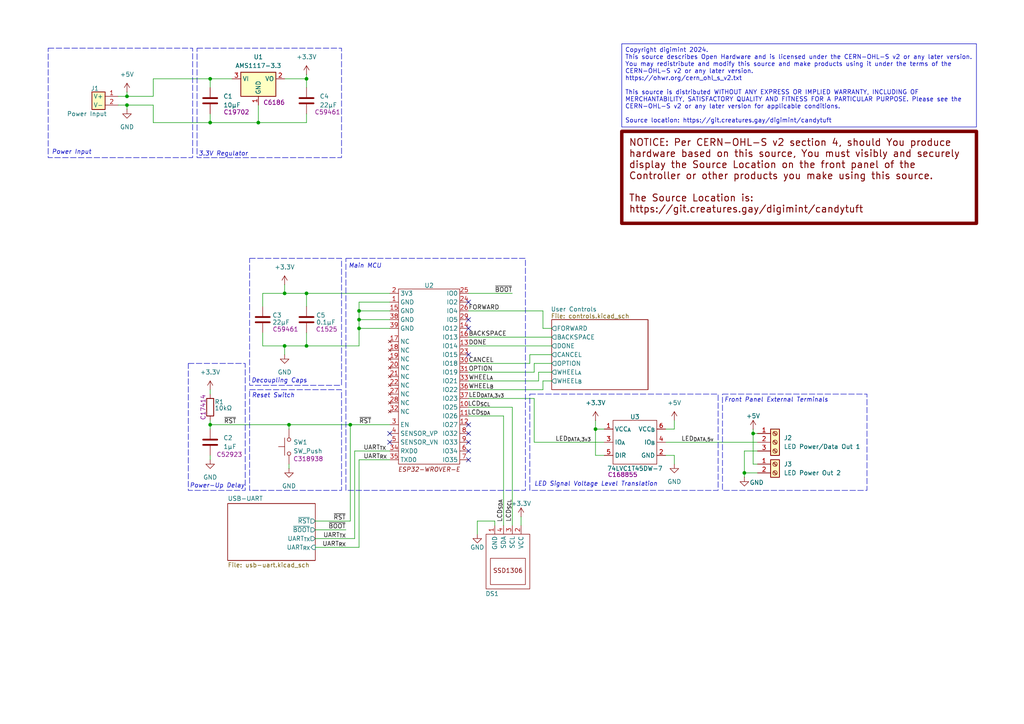
<source format=kicad_sch>
(kicad_sch (version 20231120) (generator "eeschema") (generator_version "8.0")
  (paper "A4")
  (title_block (title "Candytuft WS2811 Controller - Top Level") (date "2024-10-18") (rev "1") (company "https://git.creatures.gay/digimint/candytuft") (comment 3 "Licensed under the CERN OHL-S v2") (comment 4 "Copyright 2024 digimint"))
  (lib_symbols
    (symbol "Connector:Screw_Terminal_01x02" (pin_names (offset 1.016) hide)
      (property "Reference" "J" (at 0 2.54 0))
      (property "Value" "Screw_Terminal_01x02" (at 0 -5.08 0))
      (symbol "Screw_Terminal_01x02_1_1"
        (rectangle (start -1.27 1.27) (end 1.27 -3.81) (stroke (width 0.254)) (fill (type background)))
        (circle (center 0 -2.54) (radius 0.635) (stroke (width 0.1524)))
        (polyline (pts (xy -0.5334 -2.2098) (xy 0.3302 -3.048)) (stroke (width 0.1524)))
        (polyline (pts (xy -0.5334 0.3302) (xy 0.3302 -0.508)) (stroke (width 0.1524)))
        (polyline (pts (xy -0.3556 -2.032) (xy 0.508 -2.8702)) (stroke (width 0.1524)))
        (polyline (pts (xy -0.3556 0.508) (xy 0.508 -0.3302)) (stroke (width 0.1524)))
        (circle (center 0 0) (radius 0.635) (stroke (width 0.1524)))
        (pin passive line (at -5.08 0 0) (length 3.81) (name "Pin_1") (number "1"))
        (pin passive line (at -5.08 -2.54 0) (length 3.81) (name "Pin_2") (number "2"))
      )
    )
    (symbol "Connector:Screw_Terminal_01x03" (pin_names (offset 1.016) hide)
      (property "Reference" "J" (at 0 5.08 0))
      (property "Value" "Screw_Terminal_01x03" (at 0 -5.08 0))
      (symbol "Screw_Terminal_01x03_1_1"
        (rectangle (start -1.27 3.81) (end 1.27 -3.81) (stroke (width 0.254)) (fill (type background)))
        (circle (center 0 -2.54) (radius 0.635) (stroke (width 0.1524)))
        (polyline (pts (xy -0.5334 -2.2098) (xy 0.3302 -3.048)) (stroke (width 0.1524)))
        (polyline (pts (xy -0.5334 0.3302) (xy 0.3302 -0.508)) (stroke (width 0.1524)))
        (polyline (pts (xy -0.5334 2.8702) (xy 0.3302 2.032)) (stroke (width 0.1524)))
        (polyline (pts (xy -0.3556 -2.032) (xy 0.508 -2.8702)) (stroke (width 0.1524)))
        (polyline (pts (xy -0.3556 0.508) (xy 0.508 -0.3302)) (stroke (width 0.1524)))
        (polyline (pts (xy -0.3556 3.048) (xy 0.508 2.2098)) (stroke (width 0.1524)))
        (circle (center 0 0) (radius 0.635) (stroke (width 0.1524)))
        (circle (center 0 2.54) (radius 0.635) (stroke (width 0.1524)))
        (pin passive line (at -5.08 2.54 0) (length 3.81) (name "Pin_1") (number "1"))
        (pin passive line (at -5.08 0 0) (length 3.81) (name "Pin_2") (number "2"))
        (pin passive line (at -5.08 -2.54 0) (length 3.81) (name "Pin_3") (number "3"))
      )
    )
    (symbol "Device:C" (pin_numbers hide) (pin_names (offset 0.254))
      (property "Reference" "C" (at 0.635 2.54 0))
      (property "Value" "C" (at 0.635 -2.54 0))
      (symbol "C_0_1"
        (polyline (pts (xy -2.032 -0.762) (xy 2.032 -0.762)) (stroke (width 0.508)))
        (polyline (pts (xy -2.032 0.762) (xy 2.032 0.762)) (stroke (width 0.508)))
      )
      (symbol "C_1_1"
        (pin passive line (at 0 3.81 270) (length 2.794) (name "~") (number "1"))
        (pin passive line (at 0 -3.81 90) (length 2.794) (name "~") (number "2"))
      )
    )
    (symbol "Device:R" (pin_numbers hide) (pin_names (offset 0))
      (property "Reference" "R" (at 2.032 0 90))
      (property "Value" "R" (at 0 0 90))
      (symbol "R_0_1"
        (rectangle (start -1.016 -2.54) (end 1.016 2.54) (stroke (width 0.254)))
      )
      (symbol "R_1_1"
        (pin passive line (at 0 3.81 270) (length 1.27) (name "~") (number "1"))
        (pin passive line (at 0 -3.81 90) (length 1.27) (name "~") (number "2"))
      )
    )
    (symbol "Regulator_Linear:AMS1117-3.3"
      (property "Reference" "U" (at -3.81 3.175 0))
      (property "Value" "AMS1117-3.3" (at 0 3.175 0))
      (symbol "AMS1117-3.3_0_1"
        (rectangle (start -5.08 -5.08) (end 5.08 1.905) (stroke (width 0.254)) (fill (type background)))
      )
      (symbol "AMS1117-3.3_1_1"
        (pin power_in line (at 0 -7.62 90) (length 2.54) (name "GND") (number "1"))
        (pin power_out line (at 7.62 0 180) (length 2.54) (name "VO") (number "2"))
        (pin power_in line (at -7.62 0 0) (length 2.54) (name "VI") (number "3"))
      )
    )
    (symbol "Switch:SW_Push" (pin_numbers hide) (pin_names (offset 1.016) hide)
      (property "Reference" "SW" (at 1.27 2.54 0))
      (property "Value" "SW_Push" (at 0 -1.524 0))
      (symbol "SW_Push_0_1"
        (circle (center -2.032 0) (radius 0.508))
        (polyline (pts (xy 0 1.27) (xy 0 3.048)))
        (polyline (pts (xy 2.54 1.27) (xy -2.54 1.27)))
        (circle (center 2.032 0) (radius 0.508))
        (pin passive line (at -5.08 0 0) (length 2.54) (name "1") (number "1"))
        (pin passive line (at 5.08 0 180) (length 2.54) (name "2") (number "2"))
      )
    )
    (symbol "candytuft:74LVC1T45DW-7"
      (property "Reference" "U" (at -5.334 7.366 0))
      (property "Value" "74LVC1T45DW-7" (at 0.254 -7.62 0))
      (symbol "74LVC1T45DW-7_0_1"
        (rectangle (start -6.35 6.35) (end 6.35 -6.35))
      )
      (symbol "74LVC1T45DW-7_1_1"
        (pin power_in line (at -8.89 3.81 0) (length 2.54) (name "VCC_{A}") (number "1"))
        (pin power_in line (at 8.89 -3.81 180) (length 2.54) (name "GND") (number "2"))
        (pin bidirectional line (at -8.89 0 0) (length 2.54) (name "IO_{A}") (number "3"))
        (pin bidirectional line (at 8.89 0 180) (length 2.54) (name "IO_{B}") (number "4"))
        (pin input line (at -8.89 -3.81 0) (length 2.54) (name "DIR") (number "5"))
        (pin power_in line (at 8.89 3.81 180) (length 2.54) (name "VCC_{B}") (number "6"))
      )
    )
    (symbol "candytuft:ESP32-WROVER-E"
      (property "Reference" "U" (at -8.128 26.416 0))
      (symbol "ESP32-WROVER-E_0_1"
        (rectangle (start -8.89 25.4) (end 8.89 -25.4))
      )
      (symbol "ESP32-WROVER-E_1_1"
        (text "ESP32-WROVER-E" (at 0 -26.924 0) (effects (font (size 1.27 1.27) (italic yes))))
        (pin power_in line (at -11.43 21.59 0) (length 2.54) (name "GND") (number "1"))
        (pin bidirectional line (at 11.43 -8.89 180) (length 2.54) (name "IO25") (number "10"))
        (pin bidirectional line (at 11.43 -11.43 180) (length 2.54) (name "IO26") (number "11"))
        (pin bidirectional line (at 11.43 -13.97 180) (length 2.54) (name "IO27") (number "12"))
        (pin bidirectional line (at 11.43 8.89 180) (length 2.54) (name "IO14") (number "13"))
        (pin bidirectional line (at 11.43 13.97 180) (length 2.54) (name "IO12") (number "14"))
        (pin power_in line (at -11.43 19.05 0) (length 2.54) (name "GND") (number "15"))
        (pin bidirectional line (at 11.43 11.43 180) (length 2.54) (name "IO13") (number "16"))
        (pin no_connect line (at -11.43 10.16 0) (length 2.54) (name "NC") (number "17"))
        (pin no_connect line (at -11.43 7.62 0) (length 2.54) (name "NC") (number "18"))
        (pin no_connect line (at -11.43 5.08 0) (length 2.54) (name "NC") (number "19"))
        (pin power_in line (at -11.43 24.13 0) (length 2.54) (name "3V3") (number "2"))
        (pin no_connect line (at -11.43 2.54 0) (length 2.54) (name "NC") (number "20"))
        (pin no_connect line (at -11.43 0 0) (length 2.54) (name "NC") (number "21"))
        (pin no_connect line (at -11.43 -2.54 0) (length 2.54) (name "NC") (number "22"))
        (pin bidirectional line (at 11.43 6.35 180) (length 2.54) (name "IO15") (number "23"))
        (pin bidirectional line (at 11.43 21.59 180) (length 2.54) (name "IO2") (number "24"))
        (pin bidirectional line (at 11.43 24.13 180) (length 2.54) (name "IO0") (number "25"))
        (pin bidirectional line (at 11.43 19.05 180) (length 2.54) (name "IO4") (number "26"))
        (pin no_connect line (at -11.43 -5.08 0) (length 2.54) (name "NC") (number "27"))
        (pin no_connect line (at -11.43 -7.62 0) (length 2.54) (name "NC") (number "28"))
        (pin bidirectional line (at 11.43 16.51 180) (length 2.54) (name "IO5") (number "29"))
        (pin input line (at -11.43 -13.97 0) (length 2.54) (name "EN") (number "3"))
        (pin bidirectional line (at 11.43 3.81 180) (length 2.54) (name "IO18") (number "30"))
        (pin bidirectional line (at 11.43 1.27 180) (length 2.54) (name "IO19") (number "31"))
        (pin no_connect line (at -11.43 -10.16 0) (length 2.54) (name "NC") (number "32"))
        (pin bidirectional line (at 11.43 -1.27 180) (length 2.54) (name "IO21") (number "33"))
        (pin bidirectional line (at -11.43 -21.59 0) (length 2.54) (name "RXD0") (number "34"))
        (pin bidirectional line (at -11.43 -24.13 0) (length 2.54) (name "TXD0") (number "35"))
        (pin bidirectional line (at 11.43 -3.81 180) (length 2.54) (name "IO22") (number "36"))
        (pin bidirectional line (at 11.43 -6.35 180) (length 2.54) (name "IO23") (number "37"))
        (pin power_in line (at -11.43 16.51 0) (length 2.54) (name "GND") (number "38"))
        (pin power_in line (at -11.43 13.97 0) (length 2.54) (name "GND") (number "39"))
        (pin input line (at -11.43 -16.51 0) (length 2.54) (name "SENSOR_VP") (number "4"))
        (pin input line (at -11.43 -19.05 0) (length 2.54) (name "SENSOR_VN") (number "5"))
        (pin input line (at 11.43 -21.59 180) (length 2.54) (name "IO34") (number "6"))
        (pin input line (at 11.43 -24.13 180) (length 2.54) (name "IO35") (number "7"))
        (pin bidirectional line (at 11.43 -16.51 180) (length 2.54) (name "IO32") (number "8"))
        (pin bidirectional line (at 11.43 -19.05 180) (length 2.54) (name "IO33") (number "9"))
      )
    )
    (symbol "candytuft:Power_Input"
      (property "Reference" "J" (at 1.778 3.556 0))
      (symbol "Power_Input_1_1"
        (rectangle (start 1.27 2.54) (end 5.08 -2.54) (stroke (width 0.254)) (fill (type background)))
        (pin power_out line (at -2.54 1.27 0) (length 3.81) (name "V+") (number "1"))
        (pin power_out line (at -2.54 -1.27 0) (length 3.81) (name "V-") (number "2"))
      )
    )
    (symbol "candytuft:SSD1306_IIC_Connector"
      (property "Reference" "DS" (at 8.509 -7.366 0))
      (symbol "SSD1306_IIC_Connector_0_1"
        (rectangle (start -6.35 6.35) (end 9.525 -6.35))
        (rectangle (start 8.255 -5.08) (end 0.635 5.08))
      )
      (symbol "SSD1306_IIC_Connector_1_1"
        (text "SSD1306" (at 4.191 0 900) (effects (font (size 1.27 1.27))))
        (pin power_in line (at -8.89 -3.81 0) (length 2.54) (name "GND") (number "1"))
        (pin power_in line (at -8.89 3.81 0) (length 2.54) (name "VCC") (number "2"))
        (pin bidirectional line (at -8.89 1.27 0) (length 2.54) (name "SCL") (number "3"))
        (pin bidirectional line (at -8.89 -1.27 0) (length 2.54) (name "SDA") (number "4"))
      )
    )
    (symbol "power:+3.3V" (power) (pin_numbers hide) (pin_names (offset 0) hide)
      (property "Value" "+3.3V" (at 0 3.556 0))
      (symbol "+3.3V_0_1"
        (polyline (pts (xy -0.762 1.27) (xy 0 2.54)))
        (polyline (pts (xy 0 0) (xy 0 2.54)))
        (polyline (pts (xy 0 2.54) (xy 0.762 1.27)))
      )
      (symbol "+3.3V_1_1"
        (pin power_in line (at 0 0 90) (length 0) (name "~") (number "1"))
      )
    )
    (symbol "power:+5V" (power) (pin_numbers hide) (pin_names (offset 0) hide)
      (property "Value" "+5V" (at 0 3.556 0))
      (symbol "+5V_0_1"
        (polyline (pts (xy -0.762 1.27) (xy 0 2.54)))
        (polyline (pts (xy 0 0) (xy 0 2.54)))
        (polyline (pts (xy 0 2.54) (xy 0.762 1.27)))
      )
      (symbol "+5V_1_1"
        (pin power_in line (at 0 0 90) (length 0) (name "~") (number "1"))
      )
    )
    (symbol "power:GND" (power) (pin_numbers hide) (pin_names (offset 0) hide)
      (property "Value" "GND" (at 0 -3.81 0))
      (symbol "GND_0_1"
        (polyline (pts (xy 0 0) (xy 0 -1.27) (xy 1.27 -1.27) (xy 0 -2.54) (xy -1.27 -1.27) (xy 0 -1.27)))
      )
      (symbol "GND_1_1"
        (pin power_in line (at 0 0 270) (length 0) (name "~") (number "1"))
      )
    )
  )
  (junction (at 172.72 124.46))
  (junction (at 60.96 35.56))
  (junction (at 104.14 95.25))
  (junction (at 82.55 85.09))
  (junction (at 88.9 22.86))
  (junction (at 82.55 100.33))
  (junction (at 88.9 100.33))
  (junction (at 88.9 85.09))
  (junction (at 104.14 92.71))
  (junction (at 60.96 22.86))
  (junction (at 104.14 90.17))
  (junction (at 101.6 123.19))
  (junction (at 74.93 35.56))
  (junction (at 83.82 123.19))
  (junction (at 60.96 123.19))
  (junction (at 218.44 125.73))
  (junction (at 36.83 27.94))
  (junction (at 36.83 30.48))
  (junction (at 215.9 137.16))
  (no_connect (at 113.03 128.27))
  (no_connect (at 135.89 125.73))
  (no_connect (at 113.03 125.73))
  (no_connect (at 135.89 95.25))
  (no_connect (at 135.89 92.71))
  (no_connect (at 135.89 128.27))
  (no_connect (at 135.89 87.63))
  (no_connect (at 135.89 123.19))
  (no_connect (at 135.89 130.81))
  (no_connect (at 135.89 133.35))
  (no_connect (at 135.89 102.87))
  (wire (pts (xy 101.6 123.19) (xy 101.6 151.13)))
  (wire (pts (xy 104.14 87.63) (xy 104.14 90.17)))
  (wire (pts (xy 104.14 90.17) (xy 113.03 90.17)))
  (wire (pts (xy 36.83 30.48) (xy 36.83 31.75)))
  (wire (pts (xy 154.94 107.95) (xy 154.94 105.41)))
  (wire (pts (xy 44.45 35.56) (xy 60.96 35.56)))
  (wire (pts (xy 82.55 100.33) (xy 82.55 102.87)))
  (wire (pts (xy 218.44 125.73) (xy 218.44 134.62)))
  (wire (pts (xy 91.44 151.13) (xy 101.6 151.13)))
  (wire (pts (xy 153.67 102.87) (xy 153.67 105.41)))
  (wire (pts (xy 135.89 118.11) (xy 148.59 118.11)))
  (wire (pts (xy 76.2 100.33) (xy 82.55 100.33)))
  (wire (pts (xy 101.6 123.19) (xy 113.03 123.19)))
  (wire (pts (xy 215.9 138.43) (xy 215.9 137.16)))
  (wire (pts (xy 102.87 130.81) (xy 113.03 130.81)))
  (wire (pts (xy 82.55 22.86) (xy 88.9 22.86)))
  (wire (pts (xy 34.29 27.94) (xy 36.83 27.94)))
  (wire (pts (xy 76.2 96.52) (xy 76.2 100.33)))
  (wire (pts (xy 88.9 85.09) (xy 88.9 88.9)))
  (wire (pts (xy 104.14 90.17) (xy 104.14 92.71)))
  (wire (pts (xy 172.72 124.46) (xy 175.26 124.46)))
  (wire (pts (xy 135.89 85.09) (xy 148.59 85.09)))
  (wire (pts (xy 88.9 22.86) (xy 88.9 25.4)))
  (wire (pts (xy 160.02 107.95) (xy 156.21 107.95)))
  (wire (pts (xy 195.58 124.46) (xy 193.04 124.46)))
  (wire (pts (xy 44.45 27.94) (xy 44.45 22.86)))
  (wire (pts (xy 74.93 35.56) (xy 88.9 35.56)))
  (wire (pts (xy 160.02 102.87) (xy 153.67 102.87)))
  (wire (pts (xy 102.87 130.81) (xy 102.87 156.21)))
  (wire (pts (xy 151.13 152.4) (xy 151.13 149.86)))
  (wire (pts (xy 153.67 105.41) (xy 135.89 105.41)))
  (wire (pts (xy 76.2 85.09) (xy 82.55 85.09)))
  (wire (pts (xy 135.89 100.33) (xy 160.02 100.33)))
  (wire (pts (xy 146.05 120.65) (xy 146.05 152.4)))
  (wire (pts (xy 154.94 128.27) (xy 175.26 128.27)))
  (wire (pts (xy 104.14 133.35) (xy 113.03 133.35)))
  (wire (pts (xy 88.9 100.33) (xy 88.9 96.52)))
  (wire (pts (xy 218.44 125.73) (xy 219.71 125.73)))
  (wire (pts (xy 172.72 121.92) (xy 172.72 124.46)))
  (wire (pts (xy 218.44 134.62) (xy 219.71 134.62)))
  (wire (pts (xy 104.14 92.71) (xy 104.14 95.25)))
  (wire (pts (xy 44.45 22.86) (xy 60.96 22.86)))
  (wire (pts (xy 154.94 105.41) (xy 160.02 105.41)))
  (wire (pts (xy 91.44 158.75) (xy 104.14 158.75)))
  (wire (pts (xy 60.96 123.19) (xy 83.82 123.19)))
  (wire (pts (xy 44.45 30.48) (xy 44.45 35.56)))
  (wire (pts (xy 218.44 124.46) (xy 218.44 125.73)))
  (wire (pts (xy 143.51 151.13) (xy 138.43 151.13)))
  (wire (pts (xy 104.14 95.25) (xy 104.14 100.33)))
  (wire (pts (xy 60.96 113.03) (xy 60.96 114.3)))
  (wire (pts (xy 60.96 33.02) (xy 60.96 35.56)))
  (wire (pts (xy 88.9 85.09) (xy 113.03 85.09)))
  (wire (pts (xy 36.83 27.94) (xy 44.45 27.94)))
  (wire (pts (xy 36.83 26.67) (xy 36.83 27.94)))
  (wire (pts (xy 135.89 115.57) (xy 154.94 115.57)))
  (wire (pts (xy 88.9 100.33) (xy 104.14 100.33)))
  (wire (pts (xy 34.29 30.48) (xy 36.83 30.48)))
  (wire (pts (xy 113.03 87.63) (xy 104.14 87.63)))
  (wire (pts (xy 156.21 107.95) (xy 156.21 110.49)))
  (wire (pts (xy 91.44 156.21) (xy 102.87 156.21)))
  (wire (pts (xy 82.55 85.09) (xy 88.9 85.09)))
  (wire (pts (xy 60.96 25.4) (xy 60.96 22.86)))
  (wire (pts (xy 100.33 153.67) (xy 91.44 153.67)))
  (wire (pts (xy 157.48 90.17) (xy 135.89 90.17)))
  (wire (pts (xy 215.9 130.81) (xy 219.71 130.81)))
  (wire (pts (xy 82.55 100.33) (xy 88.9 100.33)))
  (wire (pts (xy 88.9 35.56) (xy 88.9 33.02)))
  (wire (pts (xy 104.14 92.71) (xy 113.03 92.71)))
  (wire (pts (xy 104.14 95.25) (xy 113.03 95.25)))
  (wire (pts (xy 88.9 21.59) (xy 88.9 22.86)))
  (wire (pts (xy 160.02 95.25) (xy 157.48 95.25)))
  (wire (pts (xy 60.96 133.35) (xy 60.96 132.08)))
  (wire (pts (xy 135.89 120.65) (xy 146.05 120.65)))
  (wire (pts (xy 83.82 135.89) (xy 83.82 134.62)))
  (wire (pts (xy 82.55 82.55) (xy 82.55 85.09)))
  (wire (pts (xy 148.59 118.11) (xy 148.59 152.4)))
  (wire (pts (xy 157.48 113.03) (xy 157.48 110.49)))
  (wire (pts (xy 172.72 124.46) (xy 172.72 132.08)))
  (wire (pts (xy 83.82 124.46) (xy 83.82 123.19)))
  (wire (pts (xy 104.14 133.35) (xy 104.14 158.75)))
  (wire (pts (xy 60.96 22.86) (xy 67.31 22.86)))
  (wire (pts (xy 143.51 151.13) (xy 143.51 152.4)))
  (wire (pts (xy 215.9 137.16) (xy 219.71 137.16)))
  (wire (pts (xy 195.58 132.08) (xy 195.58 134.62)))
  (wire (pts (xy 76.2 85.09) (xy 76.2 88.9)))
  (wire (pts (xy 193.04 132.08) (xy 195.58 132.08)))
  (wire (pts (xy 175.26 132.08) (xy 172.72 132.08)))
  (wire (pts (xy 195.58 121.92) (xy 195.58 124.46)))
  (wire (pts (xy 154.94 115.57) (xy 154.94 128.27)))
  (wire (pts (xy 135.89 110.49) (xy 156.21 110.49)))
  (wire (pts (xy 215.9 130.81) (xy 215.9 137.16)))
  (wire (pts (xy 60.96 35.56) (xy 74.93 35.56)))
  (wire (pts (xy 60.96 121.92) (xy 60.96 123.19)))
  (wire (pts (xy 157.48 110.49) (xy 160.02 110.49)))
  (wire (pts (xy 157.48 95.25) (xy 157.48 90.17)))
  (wire (pts (xy 138.43 151.13) (xy 138.43 154.94)))
  (wire (pts (xy 135.89 97.79) (xy 160.02 97.79)))
  (wire (pts (xy 135.89 107.95) (xy 154.94 107.95)))
  (wire (pts (xy 36.83 30.48) (xy 44.45 30.48)))
  (wire (pts (xy 193.04 128.27) (xy 219.71 128.27)))
  (wire (pts (xy 135.89 113.03) (xy 157.48 113.03)))
  (wire (pts (xy 60.96 123.19) (xy 60.96 124.46)))
  (wire (pts (xy 74.93 30.48) (xy 74.93 35.56)))
  (wire (pts (xy 83.82 123.19) (xy 101.6 123.19)))
  (rectangle (start 54.61 105.41) (end 71.12 142.24) (stroke (width 0) (type dash)))
  (rectangle (start 100.33 74.93) (end 152.4 142.24) (stroke (width 0) (type dash)))
  (rectangle (start 72.39 74.93) (end 99.06 111.76) (stroke (width 0) (type dash)))
  (rectangle (start 209.55 114.3) (end 251.46 142.24) (stroke (width 0) (type dash)))
  (rectangle (start 13.97 13.97) (end 55.88 45.72) (stroke (width 0) (type dash)))
  (rectangle (start 153.67 114.3) (end 208.28 142.24) (stroke (width 0) (type dash)))
  (rectangle (start 57.15 13.97) (end 99.06 45.72) (stroke (width 0) (type dash)))
  (rectangle (start 72.39 113.03) (end 99.06 142.24) (stroke (width 0) (type dash)))
  (text_box "Copyright digimint 2024.\nThis source describes Open Hardware and is licensed under the CERN-OHL-S v2 or any later version.\nYou may redistribute and modify this source and make products using it under the terms of the CERN-OHL-S v2 or any later version.\nhttps://ohwr.org/cern_ohl_s_v2.txt\n\nThis source is distributed WITHOUT ANY EXPRESS OR IMPLIED WARRANTY, INCLUDING OF MERCHANTABILITY, SATISFACTORY QUALITY AND FITNESS FOR A PARTICULAR PURPOSE. Please see the CERN-OHL-S v2 or any later version for applicable conditions.\n\nSource location: https://git.creatures.gay/digimint/candytuft" (at 180.34 12.7 0) (size 102.87 24.13) (effects (font (size 1.27 1.27)) (justify left top)))
  (text_box "NOTICE: Per CERN-OHL-S v2 section 4, should You produce hardware based on this source, You must visibly and securely display the Source Location on the front panel of the Controller or other products you make using this source.\n\nThe Source Location is:\nhttps://git.creatures.gay/digimint/candytuft" (at 180.34 38.1 0) (size 102.87 26.67) (stroke (width 1) (color 122 0 0 1)) (effects (font (size 2 2) (thickness 0.254) (bold yes)) (justify left top)))
  (text "Reset Switch" (at 79.248 114.808 0) (effects (font (size 1.27 1.27) (italic yes))))
  (text "Power-Up Delay" (at 62.992 140.97 0) (effects (font (size 1.27 1.27) (italic yes))))
  (text "Main MCU" (at 101.092 77.216 0) (effects (font (size 1.27 1.27) (italic yes)) (justify left)))
  (text "Front Panel External Terminals" (at 210.058 116.078 0) (effects (font (size 1.27 1.27) (italic yes)) (justify left)))
  (text "Power Input" (at 14.986 44.196 0) (effects (font (size 1.27 1.27) (italic yes)) (justify left)))
  (text "LED Signal Voltage Level Translation" (at 154.94 140.462 0) (effects (font (size 1.27 1.27) (italic yes)) (justify left)))
  (text "3.3V Regulator" (at 64.77 44.704 0) (effects (font (size 1.27 1.27) (italic yes))))
  (text "Decoupling Caps" (at 72.898 110.49 0) (effects (font (size 1.27 1.27) (italic yes)) (justify left)))
  (label "DONE" (at 135.89 100.33 0))
  (label "BACKSPACE" (at 135.89 97.79 0))
  (label "~{BOOT}" (at 148.59 85.09 180))
  (label "~{BOOT}" (at 100.33 153.67 180))
  (label "~{RST}" (at 100.33 151.13 180))
  (label "UART_{TX}" (at 105.41 130.81 0))
  (label "LCD_{SCL}" (at 148.59 144.78 270))
  (label "CANCEL" (at 135.89 105.41 0))
  (label "WHEEL_{B}" (at 135.89 113.03 0))
  (label "LED_{DATA,3v3}" (at 135.89 115.57 0))
  (label "UART_{RX}" (at 100.33 158.75 180))
  (label "UART_{RX}" (at 105.41 133.35 0))
  (label "LED_{DATA,5v}" (at 207.01 128.27 180))
  (label "WHEEL_{A}" (at 135.89 110.49 0))
  (label "~{RST}" (at 104.14 123.19 0))
  (label "OPTION" (at 135.89 107.95 0))
  (label "~{RST}" (at 68.58 123.19 180))
  (label "LED_{DATA,3v3}" (at 171.45 128.27 180))
  (label "FORWARD" (at 135.89 90.17 0))
  (label "LCD_{SDA}" (at 142.24 120.65 180))
  (label "LCD_{SCL}" (at 142.24 118.11 180))
  (label "UART_{TX}" (at 100.33 156.21 180))
  (label "LCD_{SDA}" (at 146.05 144.78 270))
  (symbol (lib_id "candytuft:ESP32-WROVER-E") (at 124.46 109.22 0) (unit 1)
    (property "Reference" "U2" (at 124.46 82.804 0))
    (property "Value" "Espressif ESP32 microcontroller with additional SPI PSRAM" (effects (hide yes)))
    (property "Footprint" "candytuft:ESP32-WROVER" (effects (hide yes)))
    (property "Description" "Espressif ESP32 microcontroller with additional SPI PSRAM" (effects (hide yes)))
  )
  (symbol (lib_id "power:+3.3V") (at 82.55 82.55 0) (unit 1)
    (property "Reference" "#PWR05" (effects (hide yes)))
    (property "Value" "+3.3V" (at 82.55 77.47 0))
    (property "Description" "Power symbol creates a global label with name \"+3.3V\"" (effects (hide yes)))
  )
  (symbol (lib_id "Connector:Screw_Terminal_01x03") (at 224.79 128.27 0) (unit 1)
    (property "Reference" "J2" (at 227.33 126.9999 0) (effects (justify left)))
    (property "Value" "LED Power/Data Out 1" (at 227.33 129.5399 0) (effects (justify left)))
    (property "Footprint" "TerminalBlock:TerminalBlock_bornier-3_P5.08mm" (effects (hide yes)))
    (property "Description" "Generic screw terminal, single row, 01x03, script generated (kicad-library-utils/schlib/autogen/connector/)" (effects (hide yes)))
  )
  (symbol (lib_id "power:+5V") (at 195.58 121.92 0) (unit 1)
    (property "Reference" "#PWR012" (effects (hide yes)))
    (property "Value" "+5V" (at 195.58 116.84 0))
    (property "Description" "Power symbol creates a global label with name \"+5V\"" (effects (hide yes)))
  )
  (symbol (lib_id "power:GND") (at 138.43 154.94 0) (unit 1)
    (property "Reference" "#PWR09" (effects (hide yes)))
    (property "Value" "GND" (at 138.43 158.75 0))
    (property "Description" "Power symbol creates a global label with name \"GND\" , ground" (effects (hide yes)))
  )
  (symbol (lib_id "Device:C") (at 76.2 92.71 0) (unit 1)
    (property "Reference" "C3" (at 78.994 91.44 0) (effects (justify left)))
    (property "Value" "22μF" (at 78.994 93.472 0) (effects (justify left)))
    (property "Footprint" "Capacitor_SMD:C_0603_1608Metric" (effects (hide yes)))
    (property "Description" "Unpolarized capacitor" (effects (hide yes)))
    (property "LCSC" "C59461" (at 82.804 95.504 0))
  )
  (symbol (lib_id "power:+3.3V") (at 172.72 121.92 0) (unit 1)
    (property "Reference" "#PWR011" (effects (hide yes)))
    (property "Value" "+3.3V" (at 172.72 116.84 0))
    (property "Description" "Power symbol creates a global label with name \"+3.3V\"" (effects (hide yes)))
  )
  (symbol (lib_id "power:+5V") (at 36.83 26.67 0) (unit 1)
    (property "Reference" "#PWR01" (effects (hide yes)))
    (property "Value" "+5V" (at 36.83 21.59 0))
    (property "Description" "Power symbol creates a global label with name \"+5V\"" (effects (hide yes)))
  )
  (symbol (lib_id "power:GND") (at 36.83 31.75 0) (unit 1)
    (property "Reference" "#PWR02" (effects (hide yes)))
    (property "Value" "GND" (at 36.83 36.83 0))
    (property "Description" "Power symbol creates a global label with name \"GND\" , ground" (effects (hide yes)))
  )
  (symbol (lib_id "Device:R") (at 60.96 118.11 0) (unit 1)
    (property "Reference" "R1" (at 62.23 116.586 0) (effects (justify left)))
    (property "Value" "10kΩ" (at 62.23 118.364 0) (effects (justify left)))
    (property "Footprint" "Resistor_SMD:R_0805_2012Metric" (effects (hide yes)))
    (property "Description" "Resistor" (effects (hide yes)))
    (property "LCSC" "C17414" (at 58.928 118.11 90))
  )
  (symbol (lib_id "power:GND") (at 195.58 134.62 0) (unit 1)
    (property "Reference" "#PWR013" (effects (hide yes)))
    (property "Value" "GND" (at 195.58 139.7 0))
    (property "Description" "Power symbol creates a global label with name \"GND\" , ground" (effects (hide yes)))
  )
  (symbol (lib_id "Device:C") (at 88.9 29.21 0) (unit 1)
    (property "Reference" "C4" (at 92.71 27.9399 0) (effects (justify left)))
    (property "Value" "22μF" (at 92.71 30.4799 0) (effects (justify left)))
    (property "Footprint" "Capacitor_SMD:C_0603_1608Metric" (effects (hide yes)))
    (property "Description" "Unpolarized capacitor" (effects (hide yes)))
    (property "LCSC" "C59461" (at 94.996 32.512 0))
  )
  (symbol (lib_id "power:GND") (at 82.55 102.87 0) (unit 1)
    (property "Reference" "#PWR06" (effects (hide yes)))
    (property "Value" "GND" (at 82.55 107.95 0))
    (property "Description" "Power symbol creates a global label with name \"GND\" , ground" (effects (hide yes)))
  )
  (symbol (lib_id "candytuft:SSD1306_IIC_Connector") (at 147.32 161.29 270) (unit 1)
    (property "Reference" "DS1" (at 142.748 172.212 90))
    (property "Value" "I2C LCD" (effects (hide yes)))
    (property "Footprint" "Connector_PinSocket_2.54mm:PinSocket_1x04_P2.54mm_Vertical" (effects (hide yes)))
  )
  (symbol (lib_id "power:+3.3V") (at 88.9 21.59 0) (unit 1)
    (property "Reference" "#PWR08" (effects (hide yes)))
    (property "Value" "+3.3V" (at 88.9 16.51 0))
    (property "Description" "Power symbol creates a global label with name \"+3.3V\"" (effects (hide yes)))
  )
  (symbol (lib_id "power:+5V") (at 218.44 124.46 0) (unit 1)
    (property "Reference" "#PWR015" (effects (hide yes)))
    (property "Value" "+5V" (at 218.44 120.65 0))
    (property "Description" "Power symbol creates a global label with name \"+5V\"" (effects (hide yes)))
  )
  (symbol (lib_id "candytuft:74LVC1T45DW-7") (at 184.15 128.27 0) (unit 1)
    (property "Reference" "U3" (at 184.15 120.904 0))
    (property "Value" "74LVC1T45DW-7" (at 184.15 135.89 0))
    (property "Footprint" "Package_TO_SOT_SMD:SOT-363_SC-70-6" (effects (hide yes)))
    (property "Description" "Bidirectional voltage translator" (effects (hide yes)))
    (property "LCSC" "C168855" (at 180.594 137.668 0))
  )
  (symbol (lib_id "power:GND") (at 60.96 133.35 0) (unit 1)
    (property "Reference" "#PWR04" (effects (hide yes)))
    (property "Value" "GND" (at 60.96 138.43 0))
    (property "Description" "Power symbol creates a global label with name \"GND\" , ground" (effects (hide yes)))
  )
  (symbol (lib_id "Device:C") (at 88.9 92.71 0) (unit 1)
    (property "Reference" "C5" (at 91.694 91.44 0) (effects (justify left)))
    (property "Value" "0.1μF" (at 91.694 93.472 0) (effects (justify left)))
    (property "Footprint" "Capacitor_SMD:C_0402_1005Metric" (effects (hide yes)))
    (property "Description" "Unpolarized capacitor" (effects (hide yes)))
    (property "LCSC" "C1525" (at 94.742 95.504 0))
  )
  (symbol (lib_id "Regulator_Linear:AMS1117-3.3") (at 74.93 22.86 0) (unit 1)
    (property "Reference" "U1" (at 74.93 16.51 0))
    (property "Value" "AMS1117-3.3" (at 74.93 19.05 0))
    (property "Footprint" "Package_TO_SOT_SMD:SOT-223-3_TabPin2" (effects (hide yes)))
    (property "Datasheet" "http://www.advanced-monolithic.com/pdf/ds1117.pdf" (effects (hide yes)))
    (property "Description" "1A Low Dropout regulator, positive, 3.3V fixed output, SOT-223" (effects (hide yes)))
    (property "LCSC" "C6186" (at 79.502 29.718 0))
  )
  (symbol (lib_id "Connector:Screw_Terminal_01x02") (at 224.79 134.62 0) (unit 1)
    (property "Reference" "J3" (at 227.33 134.6199 0) (effects (justify left)))
    (property "Value" "LED Power Out 2" (at 227.33 137.1599 0) (effects (justify left)))
    (property "Footprint" "TerminalBlock:TerminalBlock_bornier-2_P5.08mm" (effects (hide yes)))
    (property "Description" "Generic screw terminal, single row, 01x02, script generated (kicad-library-utils/schlib/autogen/connector/)" (effects (hide yes)))
  )
  (symbol (lib_id "Device:C") (at 60.96 29.21 180) (unit 1)
    (property "Reference" "C1" (at 64.77 27.9399 0) (effects (justify right)))
    (property "Value" "10μF" (at 64.77 30.4799 0) (effects (justify right)))
    (property "Footprint" "Capacitor_SMD:C_0603_1608Metric" (effects (hide yes)))
    (property "Description" "Unpolarized capacitor" (effects (hide yes)))
    (property "LCSC" "C19702" (at 68.58 32.512 0))
  )
  (symbol (lib_id "Device:C") (at 60.96 128.27 0) (unit 1)
    (property "Reference" "C2" (at 64.77 126.9999 0) (effects (justify left)))
    (property "Value" "1μF" (at 64.77 129.5399 0) (effects (justify left)))
    (property "Footprint" "Capacitor_SMD:C_0402_1005Metric" (effects (hide yes)))
    (property "Description" "Unpolarized capacitor" (effects (hide yes)))
    (property "LCSC" "C52923" (at 66.548 131.826 0))
  )
  (symbol (lib_id "power:+3.3V") (at 60.96 113.03 0) (unit 1)
    (property "Reference" "#PWR03" (effects (hide yes)))
    (property "Value" "+3.3V" (at 60.96 107.95 0))
    (property "Description" "Power symbol creates a global label with name \"+3.3V\"" (effects (hide yes)))
  )
  (symbol (lib_id "power:GND") (at 83.82 135.89 0) (unit 1)
    (property "Reference" "#PWR07" (effects (hide yes)))
    (property "Value" "GND" (at 83.82 140.97 0))
    (property "Description" "Power symbol creates a global label with name \"GND\" , ground" (effects (hide yes)))
  )
  (symbol (lib_id "Switch:SW_Push") (at 83.82 129.54 90) (unit 1)
    (property "Reference" "SW1" (at 85.09 128.2699 90) (effects (justify right)))
    (property "Value" "SW_Push" (at 85.09 130.8099 90) (effects (justify right)))
    (property "Footprint" "candytuft:TS-1101-C-W Button" (effects (hide yes)))
    (property "Description" "Push button switch, generic, two pins" (effects (hide yes)))
    (property "LCSC" "C318938" (at 89.408 133.096 90))
  )
  (symbol (lib_id "candytuft:Power_Input") (at 31.75 29.21 0) (mirror y) (unit 1)
    (property "Reference" "J1" (at 28.702 25.654 0) (effects (justify left)))
    (property "Value" "Power Input" (at 30.988 33.02 0) (effects (justify left)))
    (property "Footprint" "candytuft:HB9500-2p" (effects (hide yes)))
    (property "Description" "Generic screw terminal, single row, 01x02, script generated (kicad-library-utils/schlib/autogen/connector/)" (effects (hide yes)))
  )
  (symbol (lib_id "power:GND") (at 215.9 138.43 0) (unit 1)
    (property "Reference" "#PWR014" (effects (hide yes)))
    (property "Value" "GND" (at 219.456 139.954 0))
    (property "Description" "Power symbol creates a global label with name \"GND\" , ground" (effects (hide yes)))
  )
  (symbol (lib_id "power:+3.3V") (at 151.13 149.86 0) (unit 1)
    (property "Reference" "#PWR010" (effects (hide yes)))
    (property "Value" "+3.3V" (at 151.13 146.05 0))
    (property "Description" "Power symbol creates a global label with name \"+3.3V\"" (effects (hide yes)))
  )
  (sheet (at 66.04 146.05) (size 25.4 16.51) (stroke (width 0.1524))
    (property "Sheetname" "USB-UART" (at 66.04 145.3384 0) (effects (justify left bottom)))
    (property "Sheetfile" "usb-uart.kicad_sch" (at 66.04 163.1446 0) (effects (justify left top)))
    (pin "~{RST}" output (at 91.44 151.13 0))
    (pin "UART_{RX}" input (at 91.44 158.75 0))
    (pin "~{BOOT}" output (at 91.44 153.67 0))
    (pin "UART_{TX}" output (at 91.44 156.21 0))
  )
  (sheet (at 160.02 92.71) (size 27.94 20.32) (stroke (width 0.1524))
    (property "Sheetname" "User Controls" (at 159.766 90.424 0) (effects (justify left bottom)))
    (property "Sheetfile" "controls.kicad_sch" (at 159.766 90.932 0) (effects (justify left top)))
    (pin "OPTION" output (at 160.02 105.41 180))
    (pin "FORWARD" output (at 160.02 95.25 180))
    (pin "DONE" output (at 160.02 100.33 180))
    (pin "CANCEL" output (at 160.02 102.87 180))
    (pin "BACKSPACE" output (at 160.02 97.79 180))
    (pin "WHEEL_{A}" output (at 160.02 107.95 180))
    (pin "WHEEL_{B}" output (at 160.02 110.49 180))
  )
)
</source>
